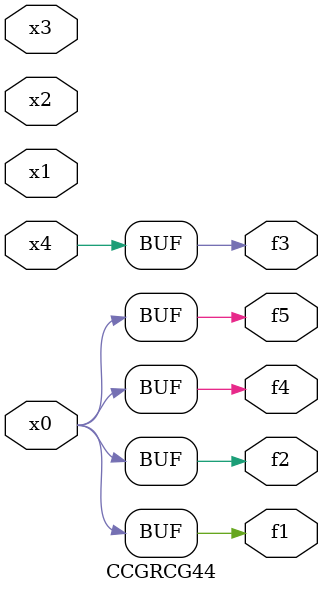
<source format=v>
module CCGRCG44(
	input x0, x1, x2, x3, x4,
	output f1, f2, f3, f4, f5
);
	assign f1 = x0;
	assign f2 = x0;
	assign f3 = x4;
	assign f4 = x0;
	assign f5 = x0;
endmodule

</source>
